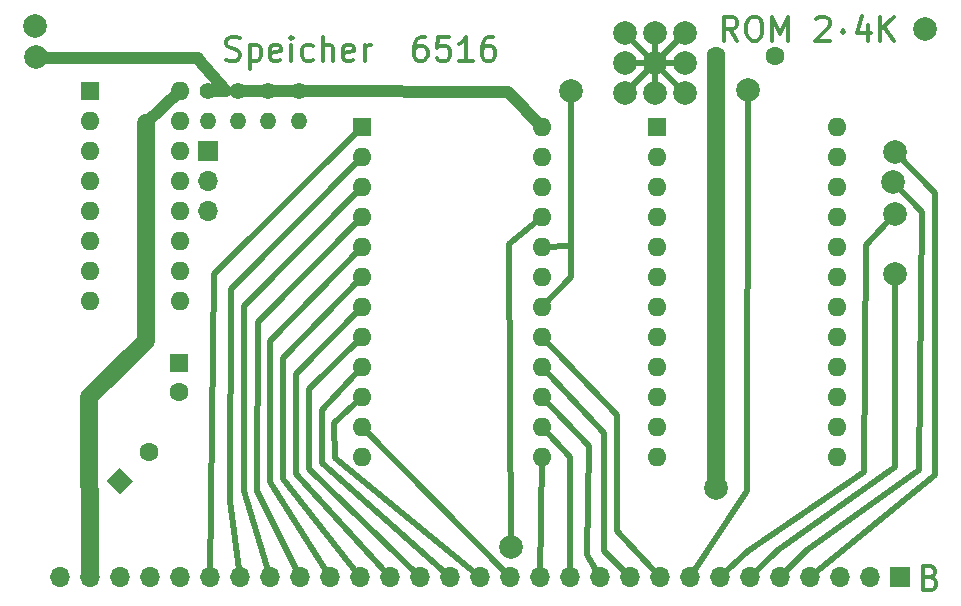
<source format=gbr>
%TF.GenerationSoftware,KiCad,Pcbnew,5.1.10*%
%TF.CreationDate,2021-11-29T21:20:16+01:00*%
%TF.ProjectId,Speichermodul_B,53706569-6368-4657-926d-6f64756c5f42,1*%
%TF.SameCoordinates,Original*%
%TF.FileFunction,Copper,L1,Top*%
%TF.FilePolarity,Positive*%
%FSLAX46Y46*%
G04 Gerber Fmt 4.6, Leading zero omitted, Abs format (unit mm)*
G04 Created by KiCad (PCBNEW 5.1.10) date 2021-11-29 21:20:16*
%MOMM*%
%LPD*%
G01*
G04 APERTURE LIST*
%TA.AperFunction,NonConductor*%
%ADD10C,0.300000*%
%TD*%
%TA.AperFunction,ComponentPad*%
%ADD11O,1.400000X1.400000*%
%TD*%
%TA.AperFunction,ComponentPad*%
%ADD12C,1.400000*%
%TD*%
%TA.AperFunction,SMDPad,CuDef*%
%ADD13C,0.100000*%
%TD*%
%TA.AperFunction,SMDPad,CuDef*%
%ADD14R,5.080000X0.500000*%
%TD*%
%TA.AperFunction,SMDPad,CuDef*%
%ADD15R,0.500000X5.080000*%
%TD*%
%TA.AperFunction,SMDPad,CuDef*%
%ADD16C,2.000000*%
%TD*%
%TA.AperFunction,ComponentPad*%
%ADD17C,1.600000*%
%TD*%
%TA.AperFunction,ComponentPad*%
%ADD18R,1.600000X1.600000*%
%TD*%
%TA.AperFunction,ComponentPad*%
%ADD19O,1.700000X1.700000*%
%TD*%
%TA.AperFunction,ComponentPad*%
%ADD20R,1.700000X1.700000*%
%TD*%
%TA.AperFunction,ComponentPad*%
%ADD21O,1.600000X1.600000*%
%TD*%
%TA.AperFunction,ComponentPad*%
%ADD22C,0.100000*%
%TD*%
%TA.AperFunction,ViaPad*%
%ADD23C,2.000000*%
%TD*%
%TA.AperFunction,Conductor*%
%ADD24C,1.500000*%
%TD*%
%TA.AperFunction,Conductor*%
%ADD25C,1.000000*%
%TD*%
%TA.AperFunction,Conductor*%
%ADD26C,0.500000*%
%TD*%
G04 APERTURE END LIST*
D10*
X131519047Y-91309523D02*
X131804761Y-91404761D01*
X132280952Y-91404761D01*
X132471428Y-91309523D01*
X132566666Y-91214285D01*
X132661904Y-91023809D01*
X132661904Y-90833333D01*
X132566666Y-90642857D01*
X132471428Y-90547619D01*
X132280952Y-90452380D01*
X131900000Y-90357142D01*
X131709523Y-90261904D01*
X131614285Y-90166666D01*
X131519047Y-89976190D01*
X131519047Y-89785714D01*
X131614285Y-89595238D01*
X131709523Y-89500000D01*
X131900000Y-89404761D01*
X132376190Y-89404761D01*
X132661904Y-89500000D01*
X133519047Y-90071428D02*
X133519047Y-92071428D01*
X133519047Y-90166666D02*
X133709523Y-90071428D01*
X134090476Y-90071428D01*
X134280952Y-90166666D01*
X134376190Y-90261904D01*
X134471428Y-90452380D01*
X134471428Y-91023809D01*
X134376190Y-91214285D01*
X134280952Y-91309523D01*
X134090476Y-91404761D01*
X133709523Y-91404761D01*
X133519047Y-91309523D01*
X136090476Y-91309523D02*
X135900000Y-91404761D01*
X135519047Y-91404761D01*
X135328571Y-91309523D01*
X135233333Y-91119047D01*
X135233333Y-90357142D01*
X135328571Y-90166666D01*
X135519047Y-90071428D01*
X135900000Y-90071428D01*
X136090476Y-90166666D01*
X136185714Y-90357142D01*
X136185714Y-90547619D01*
X135233333Y-90738095D01*
X137042857Y-91404761D02*
X137042857Y-90071428D01*
X137042857Y-89404761D02*
X136947619Y-89500000D01*
X137042857Y-89595238D01*
X137138095Y-89500000D01*
X137042857Y-89404761D01*
X137042857Y-89595238D01*
X138852380Y-91309523D02*
X138661904Y-91404761D01*
X138280952Y-91404761D01*
X138090476Y-91309523D01*
X137995238Y-91214285D01*
X137900000Y-91023809D01*
X137900000Y-90452380D01*
X137995238Y-90261904D01*
X138090476Y-90166666D01*
X138280952Y-90071428D01*
X138661904Y-90071428D01*
X138852380Y-90166666D01*
X139709523Y-91404761D02*
X139709523Y-89404761D01*
X140566666Y-91404761D02*
X140566666Y-90357142D01*
X140471428Y-90166666D01*
X140280952Y-90071428D01*
X139995238Y-90071428D01*
X139804761Y-90166666D01*
X139709523Y-90261904D01*
X142280952Y-91309523D02*
X142090476Y-91404761D01*
X141709523Y-91404761D01*
X141519047Y-91309523D01*
X141423809Y-91119047D01*
X141423809Y-90357142D01*
X141519047Y-90166666D01*
X141709523Y-90071428D01*
X142090476Y-90071428D01*
X142280952Y-90166666D01*
X142376190Y-90357142D01*
X142376190Y-90547619D01*
X141423809Y-90738095D01*
X143233333Y-91404761D02*
X143233333Y-90071428D01*
X143233333Y-90452380D02*
X143328571Y-90261904D01*
X143423809Y-90166666D01*
X143614285Y-90071428D01*
X143804761Y-90071428D01*
X148376190Y-89404761D02*
X147995238Y-89404761D01*
X147804761Y-89500000D01*
X147709523Y-89595238D01*
X147519047Y-89880952D01*
X147423809Y-90261904D01*
X147423809Y-91023809D01*
X147519047Y-91214285D01*
X147614285Y-91309523D01*
X147804761Y-91404761D01*
X148185714Y-91404761D01*
X148376190Y-91309523D01*
X148471428Y-91214285D01*
X148566666Y-91023809D01*
X148566666Y-90547619D01*
X148471428Y-90357142D01*
X148376190Y-90261904D01*
X148185714Y-90166666D01*
X147804761Y-90166666D01*
X147614285Y-90261904D01*
X147519047Y-90357142D01*
X147423809Y-90547619D01*
X150376190Y-89404761D02*
X149423809Y-89404761D01*
X149328571Y-90357142D01*
X149423809Y-90261904D01*
X149614285Y-90166666D01*
X150090476Y-90166666D01*
X150280952Y-90261904D01*
X150376190Y-90357142D01*
X150471428Y-90547619D01*
X150471428Y-91023809D01*
X150376190Y-91214285D01*
X150280952Y-91309523D01*
X150090476Y-91404761D01*
X149614285Y-91404761D01*
X149423809Y-91309523D01*
X149328571Y-91214285D01*
X152376190Y-91404761D02*
X151233333Y-91404761D01*
X151804761Y-91404761D02*
X151804761Y-89404761D01*
X151614285Y-89690476D01*
X151423809Y-89880952D01*
X151233333Y-89976190D01*
X154090476Y-89404761D02*
X153709523Y-89404761D01*
X153519047Y-89500000D01*
X153423809Y-89595238D01*
X153233333Y-89880952D01*
X153138095Y-90261904D01*
X153138095Y-91023809D01*
X153233333Y-91214285D01*
X153328571Y-91309523D01*
X153519047Y-91404761D01*
X153900000Y-91404761D01*
X154090476Y-91309523D01*
X154185714Y-91214285D01*
X154280952Y-91023809D01*
X154280952Y-90547619D01*
X154185714Y-90357142D01*
X154090476Y-90261904D01*
X153900000Y-90166666D01*
X153519047Y-90166666D01*
X153328571Y-90261904D01*
X153233333Y-90357142D01*
X153138095Y-90547619D01*
X191142857Y-135157142D02*
X191428571Y-135252380D01*
X191523809Y-135347619D01*
X191619047Y-135538095D01*
X191619047Y-135823809D01*
X191523809Y-136014285D01*
X191428571Y-136109523D01*
X191238095Y-136204761D01*
X190476190Y-136204761D01*
X190476190Y-134204761D01*
X191142857Y-134204761D01*
X191333333Y-134300000D01*
X191428571Y-134395238D01*
X191523809Y-134585714D01*
X191523809Y-134776190D01*
X191428571Y-134966666D01*
X191333333Y-135061904D01*
X191142857Y-135157142D01*
X190476190Y-135157142D01*
X174800000Y-89704761D02*
X174133333Y-88752380D01*
X173657142Y-89704761D02*
X173657142Y-87704761D01*
X174419047Y-87704761D01*
X174609523Y-87800000D01*
X174704761Y-87895238D01*
X174800000Y-88085714D01*
X174800000Y-88371428D01*
X174704761Y-88561904D01*
X174609523Y-88657142D01*
X174419047Y-88752380D01*
X173657142Y-88752380D01*
X176038095Y-87704761D02*
X176419047Y-87704761D01*
X176609523Y-87800000D01*
X176800000Y-87990476D01*
X176895238Y-88371428D01*
X176895238Y-89038095D01*
X176800000Y-89419047D01*
X176609523Y-89609523D01*
X176419047Y-89704761D01*
X176038095Y-89704761D01*
X175847619Y-89609523D01*
X175657142Y-89419047D01*
X175561904Y-89038095D01*
X175561904Y-88371428D01*
X175657142Y-87990476D01*
X175847619Y-87800000D01*
X176038095Y-87704761D01*
X177752380Y-89704761D02*
X177752380Y-87704761D01*
X178419047Y-89133333D01*
X179085714Y-87704761D01*
X179085714Y-89704761D01*
X181466666Y-87895238D02*
X181561904Y-87800000D01*
X181752380Y-87704761D01*
X182228571Y-87704761D01*
X182419047Y-87800000D01*
X182514285Y-87895238D01*
X182609523Y-88085714D01*
X182609523Y-88276190D01*
X182514285Y-88561904D01*
X181371428Y-89704761D01*
X182609523Y-89704761D01*
X183752380Y-88847619D02*
X183657142Y-88942857D01*
X183752380Y-89038095D01*
X183847619Y-88942857D01*
X183752380Y-88847619D01*
X183752380Y-89038095D01*
X185847619Y-88371428D02*
X185847619Y-89704761D01*
X185371428Y-87609523D02*
X184895238Y-89038095D01*
X186133333Y-89038095D01*
X186895238Y-89704761D02*
X186895238Y-87704761D01*
X188038095Y-89704761D02*
X187180952Y-88561904D01*
X188038095Y-87704761D02*
X186895238Y-88847619D01*
D11*
%TO.P,R4,2*%
%TO.N,Net-(R4-Pad2)*%
X137680000Y-96540000D03*
D12*
%TO.P,R4,1*%
%TO.N,U2*%
X137680000Y-94000000D03*
%TD*%
D11*
%TO.P,R3,2*%
%TO.N,Net-(R3-Pad2)*%
X135080000Y-96540000D03*
D12*
%TO.P,R3,1*%
%TO.N,U2*%
X135080000Y-94000000D03*
%TD*%
D11*
%TO.P,R2,2*%
%TO.N,Net-(R2-Pad2)*%
X132540000Y-96540000D03*
D12*
%TO.P,R2,1*%
%TO.N,U2*%
X132540000Y-94000000D03*
%TD*%
D11*
%TO.P,R1,2*%
%TO.N,Net-(R1-Pad2)*%
X130000000Y-96540000D03*
D12*
%TO.P,R1,1*%
%TO.N,U2*%
X130000000Y-94000000D03*
%TD*%
%TA.AperFunction,SMDPad,CuDef*%
D13*
%TO.P,REF\u002A\u002A,2*%
%TO.N,N/C*%
G36*
X170451650Y-89301903D02*
G01*
X165501903Y-94251650D01*
X165148350Y-93898097D01*
X170098097Y-88948350D01*
X170451650Y-89301903D01*
G37*
%TD.AperFunction*%
%TA.AperFunction,SMDPad,CuDef*%
G36*
X170098097Y-94251650D02*
G01*
X165148350Y-89301903D01*
X165501903Y-88948350D01*
X170451650Y-93898097D01*
X170098097Y-94251650D01*
G37*
%TD.AperFunction*%
D14*
X167800000Y-91600000D03*
D15*
X167800000Y-91600000D03*
D16*
%TO.P,REF\u002A\u002A,1*%
X165260000Y-91600000D03*
X165260000Y-94140000D03*
X167800000Y-94140000D03*
X170340000Y-94140000D03*
X170340000Y-91600000D03*
X170340000Y-89060000D03*
X167800000Y-89060000D03*
X165260000Y-89060000D03*
X167800000Y-91600000D03*
%TD*%
D17*
%TO.P,C4,2*%
%TO.N,GND*%
X127500000Y-119500000D03*
D18*
%TO.P,C4,1*%
%TO.N,+5P*%
X127500000Y-117000000D03*
%TD*%
D17*
%TO.P,C3,2*%
%TO.N,GND*%
X173000000Y-91000000D03*
%TO.P,C3,1*%
%TO.N,+5P*%
X178000000Y-91000000D03*
%TD*%
D19*
%TO.P,X11,3*%
%TO.N,Net-(R3-Pad2)*%
X130000000Y-104140000D03*
%TO.P,X11,2*%
%TO.N,Net-(R2-Pad2)*%
X130000000Y-101600000D03*
D20*
%TO.P,X11,1*%
%TO.N,Net-(R1-Pad2)*%
X130000000Y-99060000D03*
%TD*%
D21*
%TO.P,U3,24*%
%TO.N,U2*%
X158240000Y-97000000D03*
%TO.P,U3,12*%
%TO.N,GND*%
X143000000Y-124940000D03*
%TO.P,U3,23*%
%TO.N,/A8*%
X158240000Y-99540000D03*
%TO.P,U3,11*%
%TO.N,/D2*%
X143000000Y-122400000D03*
%TO.P,U3,22*%
%TO.N,/A9*%
X158240000Y-102080000D03*
%TO.P,U3,10*%
%TO.N,/D1*%
X143000000Y-119860000D03*
%TO.P,U3,21*%
%TO.N,R~W*%
X158240000Y-104620000D03*
%TO.P,U3,9*%
%TO.N,/D0*%
X143000000Y-117320000D03*
%TO.P,U3,20*%
%TO.N,Net-(R4-Pad2)*%
X158240000Y-107160000D03*
%TO.P,U3,8*%
%TO.N,/A0*%
X143000000Y-114780000D03*
%TO.P,U3,19*%
%TO.N,/A10*%
X158240000Y-109700000D03*
%TO.P,U3,7*%
%TO.N,/A1*%
X143000000Y-112240000D03*
%TO.P,U3,18*%
%TO.N,Net-(R4-Pad2)*%
X158240000Y-112240000D03*
%TO.P,U3,6*%
%TO.N,/A2*%
X143000000Y-109700000D03*
%TO.P,U3,17*%
%TO.N,/D7*%
X158240000Y-114780000D03*
%TO.P,U3,5*%
%TO.N,/A3*%
X143000000Y-107160000D03*
%TO.P,U3,16*%
%TO.N,/D6*%
X158240000Y-117320000D03*
%TO.P,U3,4*%
%TO.N,/A4*%
X143000000Y-104620000D03*
%TO.P,U3,15*%
%TO.N,/D5*%
X158240000Y-119860000D03*
%TO.P,U3,3*%
%TO.N,/A5*%
X143000000Y-102080000D03*
%TO.P,U3,14*%
%TO.N,/D4*%
X158240000Y-122400000D03*
%TO.P,U3,2*%
%TO.N,/A6*%
X143000000Y-99540000D03*
%TO.P,U3,13*%
%TO.N,/D3*%
X158240000Y-124940000D03*
D18*
%TO.P,U3,1*%
%TO.N,/A7*%
X143000000Y-97000000D03*
%TD*%
D21*
%TO.P,U2,24*%
%TO.N,+5P*%
X183240000Y-97000000D03*
%TO.P,U2,12*%
%TO.N,GND*%
X168000000Y-124940000D03*
%TO.P,U2,23*%
%TO.N,/A8*%
X183240000Y-99540000D03*
%TO.P,U2,11*%
%TO.N,/D2*%
X168000000Y-122400000D03*
%TO.P,U2,22*%
%TO.N,/A9*%
X183240000Y-102080000D03*
%TO.P,U2,10*%
%TO.N,/D1*%
X168000000Y-119860000D03*
%TO.P,U2,21*%
%TO.N,/A11*%
X183240000Y-104620000D03*
%TO.P,U2,9*%
%TO.N,/D0*%
X168000000Y-117320000D03*
%TO.P,U2,20*%
%TO.N,~CSB*%
X183240000Y-107160000D03*
%TO.P,U2,8*%
%TO.N,/A0*%
X168000000Y-114780000D03*
%TO.P,U2,19*%
%TO.N,/A10*%
X183240000Y-109700000D03*
%TO.P,U2,7*%
%TO.N,/A1*%
X168000000Y-112240000D03*
%TO.P,U2,18*%
%TO.N,~CSB*%
X183240000Y-112240000D03*
%TO.P,U2,6*%
%TO.N,/A2*%
X168000000Y-109700000D03*
%TO.P,U2,17*%
%TO.N,/D7*%
X183240000Y-114780000D03*
%TO.P,U2,5*%
%TO.N,/A3*%
X168000000Y-107160000D03*
%TO.P,U2,16*%
%TO.N,/D6*%
X183240000Y-117320000D03*
%TO.P,U2,4*%
%TO.N,/A4*%
X168000000Y-104620000D03*
%TO.P,U2,15*%
%TO.N,/D5*%
X183240000Y-119860000D03*
%TO.P,U2,3*%
%TO.N,/A5*%
X168000000Y-102080000D03*
%TO.P,U2,14*%
%TO.N,/D4*%
X183240000Y-122400000D03*
%TO.P,U2,2*%
%TO.N,/A6*%
X168000000Y-99540000D03*
%TO.P,U2,13*%
%TO.N,/D3*%
X183240000Y-124940000D03*
D18*
%TO.P,U2,1*%
%TO.N,/A7*%
X168000000Y-97000000D03*
%TD*%
D17*
%TO.P,C5,2*%
%TO.N,GND*%
X124974874Y-124525126D03*
%TA.AperFunction,ComponentPad*%
D22*
%TO.P,C5,1*%
%TO.N,U2*%
G36*
X122500000Y-128131371D02*
G01*
X121368629Y-127000000D01*
X122500000Y-125868629D01*
X123631371Y-127000000D01*
X122500000Y-128131371D01*
G37*
%TD.AperFunction*%
%TD*%
D19*
%TO.P,X10,29*%
%TO.N,Net-(X10-Pad29)*%
X117470000Y-135160000D03*
%TO.P,X10,28*%
%TO.N,+5P*%
X120010000Y-135160000D03*
%TO.P,X10,27*%
%TO.N,U2*%
X122550000Y-135160000D03*
%TO.P,X10,26*%
%TO.N,U1*%
X125090000Y-135160000D03*
%TO.P,X10,25*%
%TO.N,GND*%
X127630000Y-135160000D03*
%TO.P,X10,24*%
%TO.N,/A7*%
X130170000Y-135160000D03*
%TO.P,X10,23*%
%TO.N,/A6*%
X132710000Y-135160000D03*
%TO.P,X10,22*%
%TO.N,/A5*%
X135250000Y-135160000D03*
%TO.P,X10,21*%
%TO.N,/A4*%
X137790000Y-135160000D03*
%TO.P,X10,20*%
%TO.N,/A3*%
X140330000Y-135160000D03*
%TO.P,X10,19*%
%TO.N,/A2*%
X142870000Y-135160000D03*
%TO.P,X10,18*%
%TO.N,/A1*%
X145410000Y-135160000D03*
%TO.P,X10,17*%
%TO.N,/A0*%
X147950000Y-135160000D03*
%TO.P,X10,16*%
%TO.N,/D0*%
X150490000Y-135160000D03*
%TO.P,X10,15*%
%TO.N,/D1*%
X153030000Y-135160000D03*
%TO.P,X10,14*%
%TO.N,/D2*%
X155570000Y-135160000D03*
%TO.P,X10,13*%
%TO.N,/D3*%
X158110000Y-135160000D03*
%TO.P,X10,12*%
%TO.N,/D4*%
X160650000Y-135160000D03*
%TO.P,X10,11*%
%TO.N,/D5*%
X163190000Y-135160000D03*
%TO.P,X10,10*%
%TO.N,/D6*%
X165730000Y-135160000D03*
%TO.P,X10,9*%
%TO.N,/D7*%
X168270000Y-135160000D03*
%TO.P,X10,8*%
%TO.N,/A12*%
X170810000Y-135160000D03*
%TO.P,X10,7*%
%TO.N,/A11*%
X173350000Y-135160000D03*
%TO.P,X10,6*%
%TO.N,/A10*%
X175890000Y-135160000D03*
%TO.P,X10,5*%
%TO.N,/A9*%
X178430000Y-135160000D03*
%TO.P,X10,4*%
%TO.N,/A8*%
X180970000Y-135160000D03*
%TO.P,X10,3*%
%TO.N,R~W*%
X183510000Y-135160000D03*
%TO.P,X10,2*%
%TO.N,~CSB*%
X186050000Y-135160000D03*
D20*
%TO.P,X10,1*%
%TO.N,/~CSA*%
X188590000Y-135160000D03*
%TD*%
D21*
%TO.P,U15,16*%
%TO.N,+5P*%
X127620000Y-94000000D03*
%TO.P,U15,8*%
%TO.N,GND*%
X120000000Y-111780000D03*
%TO.P,U15,15*%
%TO.N,Net-(R1-Pad2)*%
X127620000Y-96540000D03*
%TO.P,U15,7*%
%TO.N,Net-(U15-Pad7)*%
X120000000Y-109240000D03*
%TO.P,U15,14*%
%TO.N,Net-(R2-Pad2)*%
X127620000Y-99080000D03*
%TO.P,U15,6*%
%TO.N,U1*%
X120000000Y-106700000D03*
%TO.P,U15,13*%
%TO.N,Net-(R3-Pad2)*%
X127620000Y-101620000D03*
%TO.P,U15,5*%
%TO.N,/~CSA*%
X120000000Y-104160000D03*
%TO.P,U15,12*%
%TO.N,Net-(R4-Pad2)*%
X127620000Y-104160000D03*
%TO.P,U15,4*%
%TO.N,/~CSA*%
X120000000Y-101620000D03*
%TO.P,U15,11*%
%TO.N,Net-(U15-Pad11)*%
X127620000Y-106700000D03*
%TO.P,U15,3*%
%TO.N,GND*%
X120000000Y-99080000D03*
%TO.P,U15,10*%
%TO.N,Net-(U15-Pad10)*%
X127620000Y-109240000D03*
%TO.P,U15,2*%
%TO.N,/A12*%
X120000000Y-96540000D03*
%TO.P,U15,9*%
%TO.N,Net-(U15-Pad9)*%
X127620000Y-111780000D03*
D18*
%TO.P,U15,1*%
%TO.N,/A11*%
X120000000Y-94000000D03*
%TD*%
D23*
%TO.N,*%
X115300000Y-88500000D03*
X190700000Y-88700000D03*
%TO.N,GND*%
X173000000Y-127600000D03*
%TO.N,/A8*%
X188100000Y-99100000D03*
%TO.N,/A9*%
X188000000Y-101700000D03*
%TO.N,/A10*%
X188100000Y-109500000D03*
%TO.N,R~W*%
X155600000Y-132600000D03*
%TO.N,/A12*%
X175700000Y-93900000D03*
%TO.N,/A11*%
X188100000Y-104400000D03*
%TO.N,U2*%
X115400000Y-91100000D03*
%TO.N,Net-(R4-Pad2)*%
X160700000Y-94000000D03*
%TD*%
D24*
%TO.N,GND*%
X173000000Y-91000000D02*
X173000000Y-127600000D01*
%TO.N,+5P*%
X120010000Y-135160000D02*
X119900000Y-119900000D01*
X119900000Y-119900000D02*
X124700000Y-115100000D01*
X124700000Y-115100000D02*
X124700000Y-96700000D01*
D25*
X124700000Y-96700000D02*
X127620000Y-94000000D01*
D26*
%TO.N,/A8*%
X180970000Y-135160000D02*
X191500000Y-126500000D01*
X191500000Y-126500000D02*
X191500000Y-102600000D01*
X191500000Y-102600000D02*
X188100000Y-99100000D01*
%TO.N,/D2*%
X155570000Y-135160000D02*
X143000000Y-122400000D01*
%TO.N,/A9*%
X180700000Y-132800000D02*
X178430000Y-135160000D01*
X190400000Y-104200000D02*
X190200000Y-126100000D01*
X190200000Y-126100000D02*
X180700000Y-132800000D01*
X188000000Y-101700000D02*
X190400000Y-104200000D01*
%TO.N,/D1*%
X140654959Y-122054959D02*
X143000000Y-119860000D01*
X140719921Y-125080079D02*
X140654959Y-122054959D01*
X153030000Y-135160000D02*
X140719921Y-125080079D01*
%TO.N,/D0*%
X150490000Y-135160000D02*
X139600000Y-125500000D01*
X139600000Y-125500000D02*
X139600000Y-121000000D01*
X139600000Y-121000000D02*
X143000000Y-117320000D01*
%TO.N,/A0*%
X147950000Y-135160000D02*
X138500000Y-126000000D01*
X138500000Y-126000000D02*
X138500000Y-119200000D01*
X138500000Y-119200000D02*
X143000000Y-114780000D01*
%TO.N,/A10*%
X175890000Y-135160000D02*
X178200000Y-132800000D01*
X178200000Y-132800000D02*
X188100000Y-125800000D01*
X188100000Y-125800000D02*
X188100000Y-109500000D01*
%TO.N,/A1*%
X145410000Y-135160000D02*
X137400000Y-126400000D01*
X137400000Y-126400000D02*
X137400000Y-117900000D01*
X137400000Y-117900000D02*
X143000000Y-112240000D01*
%TO.N,/A2*%
X142870000Y-135160000D02*
X136300000Y-126800000D01*
X136300000Y-126800000D02*
X136300000Y-116600000D01*
X136300000Y-116600000D02*
X143000000Y-109700000D01*
%TO.N,/D7*%
X158240000Y-114780000D02*
X164600000Y-121400000D01*
X164600000Y-121400000D02*
X164600000Y-131200000D01*
X164600000Y-131200000D02*
X168270000Y-135160000D01*
%TO.N,/A3*%
X140330000Y-135160000D02*
X135200000Y-127100000D01*
X135200000Y-127100000D02*
X135200000Y-115100000D01*
X135200000Y-115100000D02*
X143000000Y-107160000D01*
%TO.N,/D6*%
X158240000Y-117320000D02*
X163500000Y-122900000D01*
X163500000Y-122900000D02*
X163500000Y-132900000D01*
X163500000Y-132900000D02*
X165730000Y-135160000D01*
%TO.N,/A4*%
X137790000Y-135160000D02*
X134100000Y-127800000D01*
X134100000Y-127800000D02*
X134200000Y-113500000D01*
X134200000Y-113500000D02*
X143000000Y-104620000D01*
%TO.N,/D5*%
X162100000Y-133300000D02*
X163190000Y-135160000D01*
X162200000Y-124000000D02*
X162100000Y-133300000D01*
X158240000Y-119860000D02*
X162200000Y-124000000D01*
%TO.N,/A5*%
X135250000Y-135160000D02*
X133000000Y-127800000D01*
X133000000Y-127800000D02*
X133000000Y-112200000D01*
X133000000Y-112200000D02*
X143000000Y-102080000D01*
%TO.N,/D4*%
X158240000Y-122400000D02*
X160600000Y-125000000D01*
X160600000Y-125000000D02*
X160650000Y-135160000D01*
%TO.N,/A6*%
X132710000Y-135160000D02*
X131800000Y-128700000D01*
X131800000Y-128700000D02*
X131900000Y-110700000D01*
X131900000Y-110700000D02*
X143000000Y-99540000D01*
%TO.N,/D3*%
X158110000Y-135160000D02*
X158240000Y-124940000D01*
%TO.N,/A7*%
X130170000Y-135160000D02*
X130500000Y-109500000D01*
X130500000Y-109500000D02*
X143000000Y-97000000D01*
%TO.N,R~W*%
X155600000Y-132600000D02*
X155500000Y-106900000D01*
X155500000Y-106900000D02*
X158240000Y-104620000D01*
%TO.N,/A12*%
X175700000Y-93900000D02*
X175600000Y-127800000D01*
X175600000Y-127800000D02*
X170810000Y-135160000D01*
%TO.N,/A11*%
X173350000Y-135160000D02*
X175700000Y-132900000D01*
X175700000Y-132900000D02*
X185500000Y-126200000D01*
X185500000Y-126200000D02*
X185700000Y-107000000D01*
X185700000Y-107000000D02*
X188100000Y-104400000D01*
D25*
%TO.N,U2*%
X132540000Y-94000000D02*
X135080000Y-94000000D01*
X137680000Y-94000000D02*
X135080000Y-94000000D01*
X115400000Y-91200000D02*
X129100000Y-91200000D01*
X129100000Y-91300000D02*
X131500000Y-94000000D01*
D26*
X131500000Y-94000000D02*
X132540000Y-94000000D01*
D25*
X130000000Y-94000000D02*
X131500000Y-94000000D01*
X137680000Y-94000000D02*
X155400000Y-94100000D01*
X155400000Y-94100000D02*
X158240000Y-97000000D01*
D26*
%TO.N,Net-(R4-Pad2)*%
X158240000Y-112240000D02*
X160700000Y-109700000D01*
X158240000Y-107160000D02*
X160700000Y-107100000D01*
X160700000Y-107100000D02*
X160700000Y-94000000D01*
X160700000Y-109700000D02*
X160700000Y-107100000D01*
%TD*%
M02*

</source>
